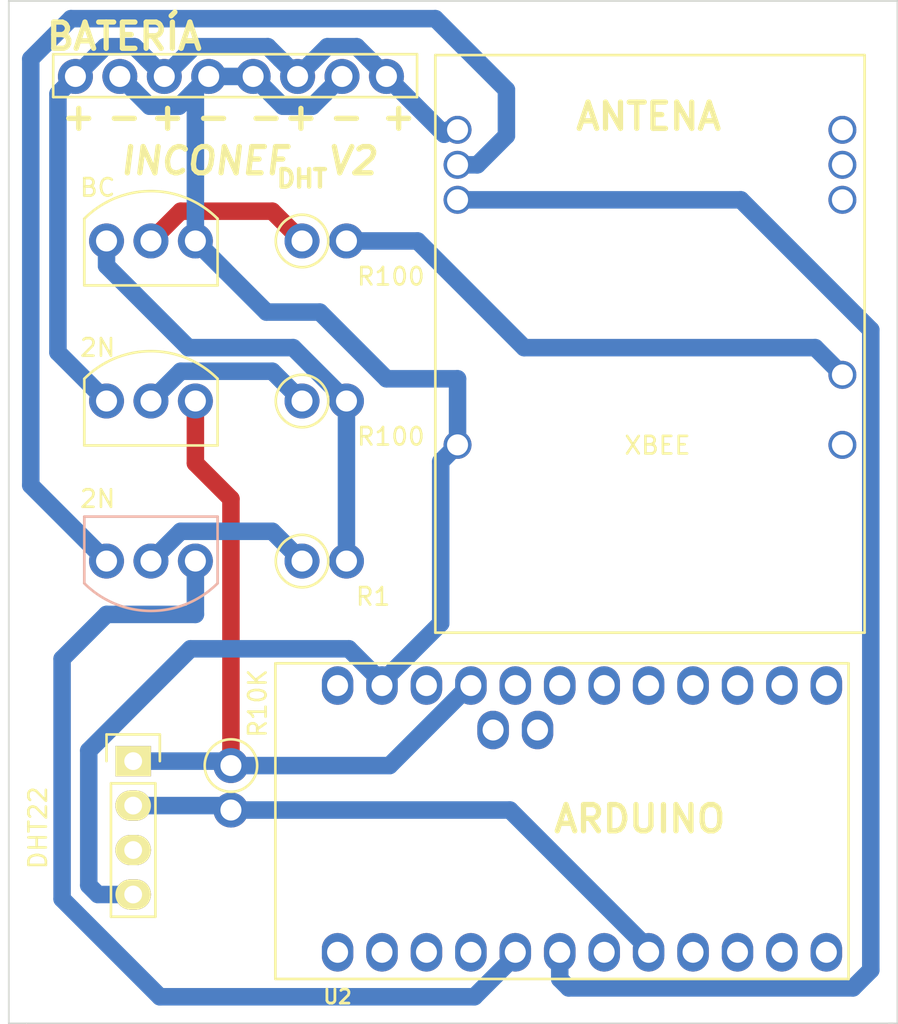
<source format=kicad_pcb>
(kicad_pcb (version 20171130) (host pcbnew "(5.0.2)-1")

  (general
    (thickness 1.6)
    (drawings 19)
    (tracks 106)
    (zones 0)
    (modules 11)
    (nets 39)
  )

  (page A4)
  (layers
    (0 F.Cu signal)
    (31 B.Cu signal)
    (32 B.Adhes user)
    (33 F.Adhes user)
    (34 B.Paste user)
    (35 F.Paste user)
    (36 B.SilkS user)
    (37 F.SilkS user)
    (38 B.Mask user)
    (39 F.Mask user)
    (40 Dwgs.User user)
    (41 Cmts.User user)
    (42 Eco1.User user)
    (43 Eco2.User user)
    (44 Edge.Cuts user)
    (45 Margin user)
    (46 B.CrtYd user)
    (47 F.CrtYd user)
    (48 B.Fab user)
    (49 F.Fab user)
  )

  (setup
    (last_trace_width 1)
    (trace_clearance 0.2)
    (zone_clearance 0.508)
    (zone_45_only no)
    (trace_min 1)
    (segment_width 0.2)
    (edge_width 0.1)
    (via_size 1)
    (via_drill 0.8)
    (via_min_size 0.4)
    (via_min_drill 0.3)
    (uvia_size 0.3)
    (uvia_drill 0.1)
    (uvias_allowed no)
    (uvia_min_size 0.2)
    (uvia_min_drill 0.1)
    (pcb_text_width 0.3)
    (pcb_text_size 1.5 1.5)
    (mod_edge_width 0.15)
    (mod_text_size 1 1)
    (mod_text_width 0.15)
    (pad_size 2 2)
    (pad_drill 0.8)
    (pad_to_mask_clearance 0)
    (solder_mask_min_width 0.25)
    (aux_axis_origin 111.8616 39.116)
    (grid_origin 180.4416 107.696)
    (visible_elements 7FFFFFFF)
    (pcbplotparams
      (layerselection 0x01020_ffffffff)
      (usegerberextensions false)
      (usegerberattributes false)
      (usegerberadvancedattributes false)
      (creategerberjobfile false)
      (excludeedgelayer true)
      (linewidth 0.100000)
      (plotframeref false)
      (viasonmask false)
      (mode 1)
      (useauxorigin false)
      (hpglpennumber 1)
      (hpglpenspeed 20)
      (hpglpendiameter 15.000000)
      (psnegative false)
      (psa4output false)
      (plotreference true)
      (plotvalue true)
      (plotinvisibletext false)
      (padsonsilk false)
      (subtractmaskfromsilk false)
      (outputformat 1)
      (mirror false)
      (drillshape 0)
      (scaleselection 1)
      (outputdirectory "../V0/"))
  )

  (net 0 "")
  (net 1 3.7V)
  (net 2 SENS_DATA)
  (net 3 "Net-(TH1-Pad3)")
  (net 4 GND)
  (net 5 TX_XBEE)
  (net 6 RX_XBEE)
  (net 7 "Net-(U4-Pad5)")
  (net 8 "Net-(U4-Pad6)")
  (net 9 "Net-(U4-Pad7)")
  (net 10 PINOUT_TRANSISTOR)
  (net 11 "Net-(U4-Pad9)")
  (net 12 "Net-(U7-Pad1)")
  (net 13 RX_ARDUINO)
  (net 14 3.7V_OUT-T)
  (net 15 "Net-(U10-Pad2)")
  (net 16 Salida_2T)
  (net 17 "Net-(U5-Pad1)")
  (net 18 "Net-(U2-Pad10)")
  (net 19 "Net-(U2-Pad9)")
  (net 20 "Net-(U2-Pad6)")
  (net 21 "Net-(U2-Pad4)")
  (net 22 "Net-(U2-Pad3)")
  (net 23 "Net-(U2-Pad2)")
  (net 24 "Net-(U2-Pad1)")
  (net 25 "Net-(U2-Pad24)")
  (net 26 "Net-(U2-Pad23)")
  (net 27 "Net-(U2-Pad22)")
  (net 28 "Net-(U2-Pad21)")
  (net 29 "Net-(U2-Pad20)")
  (net 30 "Net-(U2-Pad19)")
  (net 31 "Net-(U2-Pad18)")
  (net 32 "Net-(U2-Pad17)")
  (net 33 "Net-(U2-Pad15)")
  (net 34 "Net-(U2-Pad13)")
  (net 35 "Net-(U2-Pad25)")
  (net 36 "Net-(U2-Pad26)")
  (net 37 "Net-(U2-Pad12)")
  (net 38 "Net-(U2-Pad11)")

  (net_class Default "Esta es la clase de red por defecto."
    (clearance 0.2)
    (trace_width 1)
    (via_dia 1)
    (via_drill 0.8)
    (uvia_dia 0.3)
    (uvia_drill 0.1)
    (add_net 3.7V)
    (add_net 3.7V_OUT-T)
    (add_net GND)
    (add_net "Net-(TH1-Pad3)")
    (add_net "Net-(U10-Pad2)")
    (add_net "Net-(U2-Pad1)")
    (add_net "Net-(U2-Pad10)")
    (add_net "Net-(U2-Pad11)")
    (add_net "Net-(U2-Pad12)")
    (add_net "Net-(U2-Pad13)")
    (add_net "Net-(U2-Pad15)")
    (add_net "Net-(U2-Pad17)")
    (add_net "Net-(U2-Pad18)")
    (add_net "Net-(U2-Pad19)")
    (add_net "Net-(U2-Pad2)")
    (add_net "Net-(U2-Pad20)")
    (add_net "Net-(U2-Pad21)")
    (add_net "Net-(U2-Pad22)")
    (add_net "Net-(U2-Pad23)")
    (add_net "Net-(U2-Pad24)")
    (add_net "Net-(U2-Pad25)")
    (add_net "Net-(U2-Pad26)")
    (add_net "Net-(U2-Pad3)")
    (add_net "Net-(U2-Pad4)")
    (add_net "Net-(U2-Pad6)")
    (add_net "Net-(U2-Pad9)")
    (add_net "Net-(U4-Pad5)")
    (add_net "Net-(U4-Pad6)")
    (add_net "Net-(U4-Pad7)")
    (add_net "Net-(U4-Pad9)")
    (add_net "Net-(U5-Pad1)")
    (add_net "Net-(U7-Pad1)")
    (add_net PINOUT_TRANSISTOR)
    (add_net RX_ARDUINO)
    (add_net RX_XBEE)
    (add_net SENS_DATA)
    (add_net Salida_2T)
    (add_net TX_XBEE)
  )

  (module ProyectoCorcho:XBEE (layer F.Cu) (tedit 5CD94D8D) (tstamp 5CD95BAA)
    (at 135.2296 45.212)
    (path /5CAAFF90)
    (fp_text reference "" (at 13.97 21.59) (layer F.SilkS)
      (effects (font (size 1 1) (thickness 0.15)))
    )
    (fp_text value XBEE (at 12.7 19.304) (layer F.SilkS)
      (effects (font (size 1 1) (thickness 0.15)))
    )
    (fp_line (start 0 -3) (end 24.54 -3) (layer F.SilkS) (width 0.15))
    (fp_line (start 24.54 -3) (end 24.54 30) (layer F.SilkS) (width 0.15))
    (fp_line (start 24.54 30) (end 0 30) (layer F.SilkS) (width 0.15))
    (fp_line (start 0 30) (end 0 -3) (layer F.SilkS) (width 0.15))
    (pad 1 thru_hole circle (at 1.27 1.27) (size 1.6 1.6) (drill 1.2) (layers *.Cu *.Mask)
      (net 1 3.7V))
    (pad 2 thru_hole circle (at 1.27 3.27) (size 1.6 1.6) (drill 1.2) (layers *.Cu *.Mask)
      (net 5 TX_XBEE))
    (pad 3 thru_hole circle (at 1.27 5.27) (size 1.6 1.6) (drill 1.2) (layers *.Cu *.Mask)
      (net 6 RX_XBEE))
    (pad 4 thru_hole circle (at 1.27 19.27) (size 1.6 1.6) (drill 1.2) (layers *.Cu *.Mask)
      (net 4 GND))
    (pad 5 thru_hole circle (at 23.27 1.27) (size 1.6 1.6) (drill 1.2) (layers *.Cu *.Mask)
      (net 7 "Net-(U4-Pad5)"))
    (pad 6 thru_hole circle (at 23.27 3.27) (size 1.6 1.6) (drill 1.2) (layers *.Cu *.Mask)
      (net 8 "Net-(U4-Pad6)"))
    (pad 7 thru_hole circle (at 23.27 5.27) (size 1.6 1.6) (drill 1.2) (layers *.Cu *.Mask)
      (net 9 "Net-(U4-Pad7)"))
    (pad 8 thru_hole circle (at 23.27 15.27) (size 1.6 1.6) (drill 1.2) (layers *.Cu *.Mask)
      (net 10 PINOUT_TRANSISTOR))
    (pad 9 thru_hole circle (at 23.27 19.27) (size 1.6 1.6) (drill 1.2) (layers *.Cu *.Mask)
      (net 11 "Net-(U4-Pad9)"))
  )

  (module ProyectoCorcho:ArduinoProMini (layer F.Cu) (tedit 5CD94CD7) (tstamp 5CD95C19)
    (at 143.6116 85.852)
    (descr "IC, ARDUINO_PRO_MINI x 0,6\"")
    (tags "DIL ARDUINO PRO MINI")
    (path /5CAB0093)
    (fp_text reference U2 (at -13.97 10.16) (layer F.SilkS)
      (effects (font (size 0.8 0.8) (thickness 0.16)))
    )
    (fp_text value "" (at 5.334 -1.524) (layer F.SilkS) hide
      (effects (font (size 2 2) (thickness 0.5)))
    )
    (fp_line (start 15.24 9.144) (end 15.24 -8.89) (layer F.SilkS) (width 0.15))
    (fp_line (start -17.526 -8.89) (end -17.526 9.144) (layer F.SilkS) (width 0.15))
    (fp_line (start 15.24 9.144) (end -17.526 9.144) (layer F.SilkS) (width 0.15))
    (fp_line (start -17.526 -8.89) (end 15.24 -8.89) (layer F.SilkS) (width 0.15))
    (pad 12 thru_hole oval (at -13.97 7.62) (size 1.8 2.19964) (drill 1.2) (layers *.Cu *.Mask)
      (net 37 "Net-(U2-Pad12)"))
    (pad 11 thru_hole oval (at -11.43 7.62) (size 1.8 2.19964) (drill 1.2) (layers *.Cu *.Mask)
      (net 38 "Net-(U2-Pad11)"))
    (pad 10 thru_hole oval (at -8.89 7.62) (size 1.8 2.19964) (drill 1.2) (layers *.Cu *.Mask)
      (net 18 "Net-(U2-Pad10)"))
    (pad 9 thru_hole oval (at -6.35 7.62) (size 1.8 2.19964) (drill 1.2) (layers *.Cu *.Mask)
      (net 19 "Net-(U2-Pad9)"))
    (pad 8 thru_hole oval (at -3.81 7.62) (size 1.8 2.19964) (drill 1.2) (layers *.Cu *.Mask)
      (net 13 RX_ARDUINO))
    (pad 7 thru_hole oval (at -1.27 7.62) (size 1.8 2.19964) (drill 1.2) (layers *.Cu *.Mask)
      (net 6 RX_XBEE))
    (pad 6 thru_hole oval (at 1.27 7.62) (size 1.8 2.19964) (drill 1.2) (layers *.Cu *.Mask)
      (net 20 "Net-(U2-Pad6)"))
    (pad 5 thru_hole oval (at 3.81 7.62) (size 1.8 2.19964) (drill 1.2) (layers *.Cu *.Mask)
      (net 2 SENS_DATA))
    (pad 4 thru_hole oval (at 6.35 7.62) (size 1.8 2.19964) (drill 1.2) (layers *.Cu *.Mask)
      (net 21 "Net-(U2-Pad4)"))
    (pad 3 thru_hole oval (at 8.89 7.62) (size 1.8 2.19964) (drill 1.2) (layers *.Cu *.Mask)
      (net 22 "Net-(U2-Pad3)"))
    (pad 2 thru_hole oval (at 11.43 7.62) (size 1.8 2.19964) (drill 1.2) (layers *.Cu *.Mask)
      (net 23 "Net-(U2-Pad2)"))
    (pad 1 thru_hole oval (at 13.97 7.62) (size 1.8 2.19964) (drill 1.2) (layers *.Cu *.Mask)
      (net 24 "Net-(U2-Pad1)"))
    (pad 24 thru_hole oval (at 13.97 -7.62) (size 1.8 2.19964) (drill 1.2) (layers *.Cu *.Mask)
      (net 25 "Net-(U2-Pad24)"))
    (pad 23 thru_hole oval (at 11.43 -7.62) (size 1.8 2.19964) (drill 1.2) (layers *.Cu *.Mask)
      (net 26 "Net-(U2-Pad23)"))
    (pad 22 thru_hole oval (at 8.89 -7.62) (size 1.8 2.19964) (drill 1.2) (layers *.Cu *.Mask)
      (net 27 "Net-(U2-Pad22)"))
    (pad 21 thru_hole oval (at 6.35 -7.62) (size 1.8 2.19964) (drill 1.2) (layers *.Cu *.Mask)
      (net 28 "Net-(U2-Pad21)"))
    (pad 20 thru_hole oval (at 3.81 -7.62) (size 1.8 2.19964) (drill 1.2) (layers *.Cu *.Mask)
      (net 29 "Net-(U2-Pad20)"))
    (pad 19 thru_hole oval (at 1.27 -7.62) (size 1.8 2.19964) (drill 1.2) (layers *.Cu *.Mask)
      (net 30 "Net-(U2-Pad19)"))
    (pad 18 thru_hole oval (at -1.27 -7.62) (size 1.8 2.19964) (drill 1.2) (layers *.Cu *.Mask)
      (net 31 "Net-(U2-Pad18)"))
    (pad 17 thru_hole oval (at -3.81 -7.62) (size 1.8 2.19964) (drill 1.2) (layers *.Cu *.Mask)
      (net 32 "Net-(U2-Pad17)"))
    (pad 16 thru_hole oval (at -6.35 -7.62) (size 1.8 2.19964) (drill 1.2) (layers *.Cu *.Mask)
      (net 14 3.7V_OUT-T))
    (pad 15 thru_hole oval (at -8.89 -7.62) (size 1.8 2.19964) (drill 1.2) (layers *.Cu *.Mask)
      (net 33 "Net-(U2-Pad15)"))
    (pad 14 thru_hole oval (at -11.43 -7.62) (size 1.8 2.19964) (drill 1.2) (layers *.Cu *.Mask)
      (net 4 GND))
    (pad 13 thru_hole oval (at -13.97 -7.62) (size 1.8 2.19964) (drill 1.2) (layers *.Cu *.Mask)
      (net 34 "Net-(U2-Pad13)"))
    (pad 25 thru_hole oval (at -2.54 -5.08) (size 1.8 2.19964) (drill 1.2) (layers *.Cu *.Mask)
      (net 35 "Net-(U2-Pad25)"))
    (pad 26 thru_hole oval (at -5.08 -5.08) (size 1.8 2.19964) (drill 1.2) (layers *.Cu *.Mask)
      (net 36 "Net-(U2-Pad26)"))
    (model Socket_Strips.3dshapes/Socket_Strip_Straight_1x02_Pitch2.54mm.wrl
      (offset (xyz -3.809999942779541 5.079999923706055 0))
      (scale (xyz 1 1 1))
      (rotate (xyz 0 0 0))
    )
    (model Socket_Strips.3dshapes/Socket_Strip_Straight_1x03_Pitch2.54mm.wrl
      (offset (xyz 13.96999979019165 2.539999961853027 0))
      (scale (xyz 1 1 1))
      (rotate (xyz 0 0 90))
    )
    (model Socket_Strips.3dshapes/Socket_Strip_Straight_1x12_Pitch2.54mm.wrl
      (offset (xyz 0 7.619999885559082 0))
      (scale (xyz 1 1 1))
      (rotate (xyz 0 0 0))
    )
    (model Socket_Strips.3dshapes/Socket_Strip_Straight_1x12_Pitch2.54mm.wrl
      (offset (xyz 0 -7.619999885559082 0))
      (scale (xyz 1 1 1))
      (rotate (xyz 0 0 0))
    )
    (model Socket_Strips.3dshapes/Socket_Strip_Straight_1x02_Pitch2.54mm.wrl
      (offset (xyz 6.349999904632568 5.079999923706055 0))
      (scale (xyz 1 1 1))
      (rotate (xyz 0 0 0))
    )
    (model ${MYSLOCAL}/mysensors.3dshapes/mysensors_arduino.3dshapes/arduino_pro_mini.wrl
      (offset (xyz -1.269999980926514 0 12.19199981689453))
      (scale (xyz 0.395 0.395 0.395))
      (rotate (xyz 0 0 180))
    )
    (model SMD_Packages.3dshapes/TQFP-32.wrl
      (offset (xyz 1.269999980926514 0 13.01749980449676))
      (scale (xyz 1 1 1))
      (rotate (xyz 0 0 315))
    )
    (model Pin_Headers.3dshapes/Pin_Header_Straight_1x12_Pitch2.54mm.wrl
      (offset (xyz 13.96999979019165 -7.619999885559082 11.30299983024597))
      (scale (xyz 1 1 1))
      (rotate (xyz 0 180 90))
    )
    (model Pin_Headers.3dshapes/Pin_Header_Straight_1x12_Pitch2.54mm.wrl
      (offset (xyz 13.96999979019165 7.619999885559082 11.30299983024597))
      (scale (xyz 1 1 1))
      (rotate (xyz 0 180 90))
    )
    (model Pin_Headers.3dshapes/Pin_Header_Straight_1x03_Pitch2.54mm.wrl
      (offset (xyz 13.96999979019165 5.079999923706055 11.30299983024597))
      (scale (xyz 1 1 1))
      (rotate (xyz 0 180 0))
    )
    (model Pin_Headers.3dshapes/Pin_Header_Straight_1x02_Pitch2.54mm.wrl
      (offset (xyz 7.619999885559082 5.079999923706055 11.30299983024597))
      (scale (xyz 1 1 1))
      (rotate (xyz 0 180 90))
    )
    (model Pin_Headers.3dshapes/Pin_Header_Straight_1x02_Pitch2.54mm.wrl
      (offset (xyz -2.539999961853027 5.079999923706055 11.30299983024597))
      (scale (xyz 1 1 1))
      (rotate (xyz 0 180 90))
    )
    (model ${MYSLOCAL}/mysensors.3dshapes/w.lain.3dshapes/smd_leds/led_0603.wrl
      (offset (xyz -7.619999885559082 0 13.01749980449676))
      (scale (xyz 1 1 1))
      (rotate (xyz 0 0 0))
    )
    (model ${MYSLOCAL}/mysensors.3dshapes/w.lain.3dshapes/smd_leds/led_0603.wrl
      (offset (xyz 13.96999979019165 -4.444999933242798 13.01749980449676))
      (scale (xyz 1 1 1))
      (rotate (xyz 0 0 0))
    )
    (model Pin_Headers.3dshapes/Pin_Header_Angled_1x06_Pitch2.54mm.wrl
      (offset (xyz -16.50999975204468 -6.349999904632568 13.01749980449676))
      (scale (xyz 1 1 1))
      (rotate (xyz 0 0 180))
    )
    (model Resistors_SMD.3dshapes/R_0603.wrl
      (offset (xyz -7.619999885559082 -1.269999980926514 13.01749980449676))
      (scale (xyz 1 1 1))
      (rotate (xyz 0 0 0))
    )
    (model Resistors_SMD.3dshapes/R_0603.wrl
      (offset (xyz 13.96999979019165 -3.174999952316284 13.01749980449676))
      (scale (xyz 1 1 1))
      (rotate (xyz 0 0 0))
    )
    (model Capacitors_SMD.3dshapes/C_0603.wrl
      (offset (xyz -7.619999885559082 1.269999980926514 13.01749980449676))
      (scale (xyz 1 1 1))
      (rotate (xyz 0 0 0))
    )
    (model Capacitors_Tantalum_SMD.3dshapes/CP_Tantalum_Case-S_EIA-3216-12.wrl
      (offset (xyz -8.889999866485596 3.809999942779541 13.01749980449676))
      (scale (xyz 1 1 1))
      (rotate (xyz 0 0 0))
    )
    (model Capacitors_Tantalum_SMD.3dshapes/CP_Tantalum_Case-S_EIA-3216-12.wrl
      (offset (xyz -8.889999866485596 -3.809999942779541 13.01749980449676))
      (scale (xyz 1 1 1))
      (rotate (xyz 0 0 0))
    )
    (model TO_SOT_Packages_SMD.3dshapes/SOT-23-5.wrl
      (offset (xyz -10.15999984741211 0 13.01749980449676))
      (scale (xyz 1 1 1))
      (rotate (xyz 0 0 90))
    )
    (model Capacitors_SMD.3dshapes/C_1210.wrl
      (offset (xyz -12.69999980926514 0 13.01749980449676))
      (scale (xyz 1 1 1))
      (rotate (xyz 0 0 90))
    )
    (model ${MYSLOCAL}/mysensors.3dshapes/w.lain.3dshapes/switch/smd_push.wrl
      (offset (xyz 10.15999984741211 0 13.01749980449676))
      (scale (xyz 1 1 1))
      (rotate (xyz 0 0 90))
    )
  )

  (module ProyectoCorcho:PinesBateria (layer F.Cu) (tedit 5CD94C71) (tstamp 5CD95BF7)
    (at 113.3856 42.164)
    (path /5CAB0001)
    (fp_text reference "" (at 11.43 3.81) (layer F.SilkS)
      (effects (font (size 1 1) (thickness 0.15)))
    )
    (fp_text value "" (at 10.16 -1.27) (layer F.Fab)
      (effects (font (size 1 1) (thickness 0.15)))
    )
    (fp_line (start 0 0) (end 20.8 0) (layer F.SilkS) (width 0.15))
    (fp_line (start 20.8 0) (end 20.8 2.45) (layer F.SilkS) (width 0.15))
    (fp_line (start 20.8 2.45) (end 0 2.45) (layer F.SilkS) (width 0.15))
    (fp_line (start 0 2.45) (end 0 0) (layer F.SilkS) (width 0.15))
    (pad 1 thru_hole circle (at 1.27 1.27) (size 2 2) (drill 1.2) (layers *.Cu *.Mask)
      (net 1 3.7V))
    (pad 2 thru_hole circle (at 3.81 1.27) (size 2 2) (drill 1.2) (layers *.Cu *.Mask)
      (net 4 GND))
    (pad 3 thru_hole circle (at 6.35 1.27) (size 2 2) (drill 1.2) (layers *.Cu *.Mask)
      (net 1 3.7V))
    (pad 4 thru_hole circle (at 8.89 1.27) (size 2 2) (drill 1.2) (layers *.Cu *.Mask)
      (net 4 GND))
    (pad 5 thru_hole circle (at 11.43 1.27) (size 2 2) (drill 1.2) (layers *.Cu *.Mask)
      (net 4 GND))
    (pad 6 thru_hole circle (at 13.97 1.27) (size 2 2) (drill 1.2) (layers *.Cu *.Mask)
      (net 1 3.7V))
    (pad 7 thru_hole circle (at 16.51 1.27) (size 2 2) (drill 1.2) (layers *.Cu *.Mask)
      (net 4 GND))
    (pad 8 thru_hole circle (at 19.05 1.27) (size 2 2) (drill 1.2) (layers *.Cu *.Mask)
      (net 1 3.7V))
  )

  (module ProyectoCorcho:ResitenciaVertical (layer F.Cu) (tedit 5CD94D5C) (tstamp 5CD95BE7)
    (at 127.6096 61.976)
    (path /5CAB0154)
    (fp_text reference "" (at 2.54 2.54) (layer F.SilkS)
      (effects (font (size 1 1) (thickness 0.15)))
    )
    (fp_text value R100 (at 5.08 2.032) (layer F.SilkS)
      (effects (font (size 1 1) (thickness 0.15)))
    )
    (fp_circle (center 0 0) (end 1.5 0) (layer F.SilkS) (width 0.15))
    (pad 2 thru_hole circle (at 2.54 0) (size 2 2) (drill 1.2) (layers *.Cu *.Mask)
      (net 16 Salida_2T))
    (pad 1 thru_hole circle (at 0 0) (size 2 2) (drill 1.2) (layers *.Cu *.Mask)
      (net 15 "Net-(U10-Pad2)"))
  )

  (module ProyectoCorcho:ResitenciaVertical (layer F.Cu) (tedit 5CD94CFD) (tstamp 5CD95BE0)
    (at 127.6096 71.12)
    (path /5CAB0275)
    (fp_text reference "" (at 2.54 2.54) (layer F.SilkS)
      (effects (font (size 1 1) (thickness 0.15)))
    )
    (fp_text value R1 (at 4.064 2.032) (layer F.SilkS)
      (effects (font (size 1 1) (thickness 0.15)))
    )
    (fp_circle (center 0 0) (end 1.5 0) (layer F.SilkS) (width 0.15))
    (pad 2 thru_hole circle (at 2.54 0) (size 2 2) (drill 1.2) (layers *.Cu *.Mask)
      (net 16 Salida_2T))
    (pad 1 thru_hole circle (at 0 0) (size 2 2) (drill 1.2) (layers *.Cu *.Mask)
      (net 12 "Net-(U7-Pad1)"))
  )

  (module ProyectoCorcho:ResitenciaVertical (layer F.Cu) (tedit 5CD94D54) (tstamp 5CD95BD9)
    (at 127.6096 52.832)
    (path /5CAB01CC)
    (fp_text reference "" (at 2.54 2.54) (layer F.SilkS)
      (effects (font (size 1 1) (thickness 0.15)))
    )
    (fp_text value R100 (at 5.08 2.032) (layer F.SilkS)
      (effects (font (size 1 1) (thickness 0.15)))
    )
    (fp_circle (center 0 0) (end 1.5 0) (layer F.SilkS) (width 0.15))
    (pad 2 thru_hole circle (at 2.54 0) (size 2 2) (drill 1.2) (layers *.Cu *.Mask)
      (net 10 PINOUT_TRANSISTOR))
    (pad 1 thru_hole circle (at 0 0) (size 2 2) (drill 1.2) (layers *.Cu *.Mask)
      (net 17 "Net-(U5-Pad1)"))
  )

  (module ProyectoCorcho:ResitenciaVertical (layer F.Cu) (tedit 5CD94CB0) (tstamp 5CD95BD2)
    (at 123.5456 82.804 270)
    (path /5CAB25D5)
    (fp_text reference "" (at 2.54 2.54 270) (layer F.SilkS)
      (effects (font (size 1 1) (thickness 0.15)))
    )
    (fp_text value R10K (at -3.556 -1.524 270) (layer F.SilkS)
      (effects (font (size 1 1) (thickness 0.15)))
    )
    (fp_circle (center 0 0) (end 1.5 0) (layer F.SilkS) (width 0.15))
    (pad 1 thru_hole circle (at 0 0 270) (size 2 2) (drill 1.2) (layers *.Cu *.Mask)
      (net 14 3.7V_OUT-T))
    (pad 2 thru_hole circle (at 2.54 0 270) (size 2 2) (drill 1.2) (layers *.Cu *.Mask)
      (net 2 SENS_DATA))
  )

  (module ProyectoCorcho:Transistor (layer F.Cu) (tedit 5CD94D44) (tstamp 5CD95BCB)
    (at 118.9736 52.832)
    (path /5CAB0484)
    (fp_text reference "" (at 0 3.81) (layer F.SilkS)
      (effects (font (size 1 1) (thickness 0.15)))
    )
    (fp_text value BC (at -3.048 -3.048) (layer F.SilkS)
      (effects (font (size 1 1) (thickness 0.15)))
    )
    (fp_line (start 3.81 -1.27) (end 3.81 2.54) (layer F.SilkS) (width 0.15))
    (fp_line (start 3.81 2.54) (end -3.81 2.54) (layer F.SilkS) (width 0.15))
    (fp_line (start -3.81 2.54) (end -3.81 -1.27) (layer F.SilkS) (width 0.15))
    (fp_arc (start 0 2.54) (end -3.81 -1.27) (angle 90) (layer F.SilkS) (width 0.15))
    (pad 1 thru_hole circle (at -2.54 0) (size 2 2) (drill 1.2) (layers *.Cu *.Mask)
      (net 16 Salida_2T))
    (pad 2 thru_hole circle (at 0 0) (size 2 2) (drill 1.2) (layers *.Cu *.Mask)
      (net 17 "Net-(U5-Pad1)"))
    (pad 3 thru_hole circle (at 2.54 0) (size 2 2) (drill 1.2) (layers *.Cu *.Mask)
      (net 4 GND))
  )

  (module ProyectoCorcho:Transistor1 (layer B.Cu) (tedit 5CD94D2E) (tstamp 5CD95BC0)
    (at 118.9736 61.976)
    (path /5CAB0548)
    (fp_text reference "" (at 0 -3.81) (layer F.SilkS)
      (effects (font (size 1 1) (thickness 0.15)))
    )
    (fp_text value 2N (at -3.048 -3.048) (layer F.SilkS)
      (effects (font (size 1 1) (thickness 0.15)))
    )
    (fp_arc (start 0 2.54) (end 3.81 -1.27) (angle -90) (layer F.SilkS) (width 0.15))
    (fp_line (start 3.81 2.54) (end 3.81 -1.27) (layer F.SilkS) (width 0.15))
    (fp_line (start -3.81 2.54) (end 3.81 2.54) (layer F.SilkS) (width 0.15))
    (fp_line (start -3.81 -1.27) (end -3.81 2.54) (layer F.SilkS) (width 0.15))
    (pad 3 thru_hole circle (at 2.54 0) (size 2 2) (drill 1.2) (layers *.Cu *.Mask)
      (net 14 3.7V_OUT-T))
    (pad 2 thru_hole circle (at 0 0) (size 2 2) (drill 1.2) (layers *.Cu *.Mask)
      (net 15 "Net-(U10-Pad2)"))
    (pad 1 thru_hole circle (at -2.54 0) (size 2 2) (drill 1.2) (layers *.Cu *.Mask)
      (net 1 3.7V))
  )

  (module ProyectoCorcho:Transistor1 (layer F.Cu) (tedit 5CD94D16) (tstamp 5CD95BB5)
    (at 118.9736 71.12)
    (path /5CAB0508)
    (fp_text reference "" (at 0 3.81) (layer B.SilkS)
      (effects (font (size 1 1) (thickness 0.15)) (justify mirror))
    )
    (fp_text value 2N (at -3.048 -3.556) (layer F.SilkS)
      (effects (font (size 1 1) (thickness 0.15)))
    )
    (fp_line (start -3.81 1.27) (end -3.81 -2.54) (layer B.SilkS) (width 0.15))
    (fp_line (start -3.81 -2.54) (end 3.81 -2.54) (layer B.SilkS) (width 0.15))
    (fp_line (start 3.81 -2.54) (end 3.81 1.27) (layer B.SilkS) (width 0.15))
    (fp_arc (start 0 -2.54) (end 3.81 1.27) (angle 90) (layer B.SilkS) (width 0.15))
    (pad 1 thru_hole circle (at -2.54 0) (size 2 2) (drill 1.2) (layers *.Cu *.Mask)
      (net 5 TX_XBEE))
    (pad 2 thru_hole circle (at 0 0) (size 2 2) (drill 1.2) (layers *.Cu *.Mask)
      (net 12 "Net-(U7-Pad1)"))
    (pad 3 thru_hole circle (at 2.54 0) (size 2 2) (drill 1.2) (layers *.Cu *.Mask)
      (net 13 RX_ARDUINO))
  )

  (module Sensors:DHT22_Temperature_Humidity (layer F.Cu) (tedit 5CD94C85) (tstamp 5CD95B99)
    (at 117.9576 86.36 270)
    (path /5CAAFEFB)
    (fp_text reference "" (at 0 7.35 270) (layer F.SilkS)
      (effects (font (size 1 1) (thickness 0.15)))
    )
    (fp_text value DHT22 (at 0 5.445 270) (layer F.SilkS)
      (effects (font (size 1 1) (thickness 0.15)))
    )
    (fp_line (start -2.54 1.27) (end -2.54 -1.27) (layer F.SilkS) (width 0.15))
    (fp_line (start 5.08 1.27) (end -2.54 1.27) (layer F.SilkS) (width 0.15))
    (fp_line (start 5.08 -1.27) (end 5.08 1.27) (layer F.SilkS) (width 0.15))
    (fp_line (start -2.54 -1.27) (end 5.08 -1.27) (layer F.SilkS) (width 0.15))
    (fp_line (start -5.334 1.524) (end -3.81 1.524) (layer F.SilkS) (width 0.15))
    (fp_line (start -5.334 -1.524) (end -5.334 1.524) (layer F.SilkS) (width 0.15))
    (fp_line (start -3.81 -1.524) (end -5.334 -1.524) (layer F.SilkS) (width 0.15))
    (fp_line (start -7.62 4.3) (end 7.62 4.3) (layer B.CrtYd) (width 0.15))
    (fp_line (start -7.62 -3.3) (end -7.62 4.3) (layer B.CrtYd) (width 0.15))
    (fp_line (start 7.62 -3.3) (end 7.62 4.3) (layer B.CrtYd) (width 0.15))
    (fp_line (start -7.62 -3.3) (end 7.62 -3.3) (layer B.CrtYd) (width 0.15))
    (fp_line (start -7.62 -2) (end 7.62 -2) (layer B.CrtYd) (width 0.15))
    (pad 1 thru_hole rect (at -3.81 0) (size 2.032 1.7272) (drill 1.016) (layers *.Cu *.Mask F.SilkS)
      (net 14 3.7V_OUT-T))
    (pad 2 thru_hole oval (at -1.27 0) (size 2.032 1.7272) (drill 1.016) (layers *.Cu *.Mask F.SilkS)
      (net 2 SENS_DATA))
    (pad 3 thru_hole oval (at 1.27 0) (size 2.032 1.7272) (drill 1.016) (layers *.Cu *.Mask F.SilkS)
      (net 3 "Net-(TH1-Pad3)"))
    (pad 4 thru_hole oval (at 3.81 0) (size 2.032 1.7272) (drill 1.016) (layers *.Cu *.Mask F.SilkS)
      (net 4 GND))
  )

  (gr_text DHT (at 127.6096 49.276) (layer F.SilkS)
    (effects (font (size 1 1) (thickness 0.25)))
  )
  (gr_text "INCONEF  V2" (at 124.5616 48.26) (layer F.SilkS)
    (effects (font (size 1.5 1.5) (thickness 0.3) italic))
  )
  (gr_text BATERÍA (at 117.4496 41.148) (layer F.SilkS)
    (effects (font (size 1.5 1.5) (thickness 0.3)))
  )
  (gr_text - (at 130.1496 45.72) (layer F.SilkS)
    (effects (font (size 1.5 1.5) (thickness 0.3)))
  )
  (gr_text "- -" (at 124.0536 45.72) (layer F.SilkS)
    (effects (font (size 1.5 1.5) (thickness 0.3)))
  )
  (gr_text "-\n" (at 117.4496 45.72) (layer F.SilkS)
    (effects (font (size 1.5 1.5) (thickness 0.3)))
  )
  (gr_text "+ " (at 133.7056 45.72) (layer F.SilkS) (tstamp 5CD96571)
    (effects (font (size 1.5 1.5) (thickness 0.3)))
  )
  (gr_text "+ " (at 128.1176 45.72) (layer F.SilkS) (tstamp 5CD96571)
    (effects (font (size 1.5 1.5) (thickness 0.3)))
  )
  (gr_text "+ " (at 120.4976 45.72) (layer F.SilkS) (tstamp 5CD96571)
    (effects (font (size 1.5 1.5) (thickness 0.3)))
  )
  (gr_text "+ " (at 115.4176 45.72) (layer F.SilkS)
    (effects (font (size 1.5 1.5) (thickness 0.3)))
  )
  (gr_text "ARDUINO\n" (at 146.9136 85.852) (layer F.SilkS)
    (effects (font (size 1.5 1.5) (thickness 0.3)))
  )
  (gr_text ANTENA (at 147.4216 45.72) (layer F.SilkS)
    (effects (font (size 1.5 1.5) (thickness 0.3)))
  )
  (gr_line (start 161.1376 97.536) (end 161.6456 97.536) (layer Edge.Cuts) (width 0.1))
  (gr_line (start 110.8456 39.116) (end 111.3536 39.116) (layer Edge.Cuts) (width 0.1))
  (gr_line (start 110.8456 97.536) (end 111.8616 97.536) (layer Edge.Cuts) (width 0.1))
  (gr_line (start 110.8456 39.116) (end 110.8456 97.536) (layer Edge.Cuts) (width 0.1))
  (gr_line (start 161.3916 97.536) (end 111.8616 97.536) (layer Edge.Cuts) (width 0.1))
  (gr_line (start 161.6456 39.116) (end 161.6456 97.536) (layer Edge.Cuts) (width 0.1))
  (gr_line (start 111.3536 39.116) (end 161.6456 39.116) (layer Edge.Cuts) (width 0.1))

  (segment (start 118.735601 42.434001) (end 119.7356 43.434) (width 1) (layer B.Cu) (net 1))
  (segment (start 118.035599 41.733999) (end 118.735601 42.434001) (width 1) (layer B.Cu) (net 1))
  (segment (start 116.355601 41.733999) (end 118.035599 41.733999) (width 1) (layer B.Cu) (net 1))
  (segment (start 114.6556 43.434) (end 116.355601 41.733999) (width 1) (layer B.Cu) (net 1))
  (segment (start 126.355601 42.434001) (end 127.3556 43.434) (width 1) (layer B.Cu) (net 1))
  (segment (start 125.655599 41.733999) (end 126.355601 42.434001) (width 1) (layer B.Cu) (net 1))
  (segment (start 121.435601 41.733999) (end 125.655599 41.733999) (width 1) (layer B.Cu) (net 1))
  (segment (start 119.7356 43.434) (end 121.435601 41.733999) (width 1) (layer B.Cu) (net 1))
  (segment (start 131.435601 42.434001) (end 132.4356 43.434) (width 1) (layer B.Cu) (net 1))
  (segment (start 130.735599 41.733999) (end 131.435601 42.434001) (width 1) (layer B.Cu) (net 1))
  (segment (start 129.055601 41.733999) (end 130.735599 41.733999) (width 1) (layer B.Cu) (net 1))
  (segment (start 127.3556 43.434) (end 129.055601 41.733999) (width 1) (layer B.Cu) (net 1))
  (segment (start 132.4356 43.434) (end 135.7376 46.736) (width 1) (layer B.Cu) (net 1))
  (segment (start 135.9916 46.482) (end 136.4996 46.482) (width 1) (layer B.Cu) (net 1))
  (segment (start 135.7376 46.736) (end 135.9916 46.482) (width 1) (layer B.Cu) (net 1))
  (segment (start 115.433601 60.976001) (end 116.4336 61.976) (width 1) (layer B.Cu) (net 1))
  (segment (start 113.655601 59.198001) (end 115.433601 60.976001) (width 1) (layer B.Cu) (net 1))
  (segment (start 113.655601 44.433999) (end 113.655601 59.198001) (width 1) (layer B.Cu) (net 1))
  (segment (start 114.6556 43.434) (end 113.655601 44.433999) (width 1) (layer B.Cu) (net 1))
  (segment (start 123.2916 85.09) (end 123.5456 85.344) (width 1) (layer B.Cu) (net 2))
  (segment (start 117.9576 85.09) (end 123.2916 85.09) (width 1) (layer B.Cu) (net 2))
  (segment (start 147.4216 93.27218) (end 147.4216 93.472) (width 1) (layer B.Cu) (net 2))
  (segment (start 139.49342 85.344) (end 147.4216 93.27218) (width 1) (layer B.Cu) (net 2))
  (segment (start 123.5456 85.344) (end 139.49342 85.344) (width 1) (layer B.Cu) (net 2))
  (segment (start 121.275601 44.433999) (end 122.2756 43.434) (width 1) (layer B.Cu) (net 4))
  (segment (start 120.575599 45.134001) (end 121.275601 44.433999) (width 1) (layer B.Cu) (net 4))
  (segment (start 118.895601 45.134001) (end 120.575599 45.134001) (width 1) (layer B.Cu) (net 4))
  (segment (start 117.1956 43.434) (end 118.895601 45.134001) (width 1) (layer B.Cu) (net 4))
  (segment (start 122.2756 43.434) (end 124.8156 43.434) (width 1) (layer B.Cu) (net 4))
  (segment (start 128.895601 44.433999) (end 129.8956 43.434) (width 1) (layer B.Cu) (net 4))
  (segment (start 128.195599 45.134001) (end 128.895601 44.433999) (width 1) (layer B.Cu) (net 4))
  (segment (start 126.515601 45.134001) (end 128.195599 45.134001) (width 1) (layer B.Cu) (net 4))
  (segment (start 124.8156 43.434) (end 126.515601 45.134001) (width 1) (layer B.Cu) (net 4))
  (segment (start 121.5136 44.196) (end 122.2756 43.434) (width 1) (layer B.Cu) (net 4))
  (segment (start 121.5136 52.832) (end 121.5136 44.196) (width 1) (layer B.Cu) (net 4))
  (segment (start 136.4996 60.706) (end 136.4996 64.482) (width 1) (layer B.Cu) (net 4))
  (segment (start 132.1816 78.03218) (end 135.53778 74.676) (width 1) (layer B.Cu) (net 4))
  (segment (start 135.53778 65.44382) (end 136.4996 64.482) (width 1) (layer B.Cu) (net 4))
  (segment (start 135.53778 74.676) (end 135.53778 65.44382) (width 1) (layer B.Cu) (net 4))
  (segment (start 121.5136 52.832) (end 123.213601 54.532001) (width 1) (layer B.Cu) (net 4))
  (segment (start 136.4996 60.706) (end 132.4356 60.706) (width 1) (layer B.Cu) (net 4))
  (segment (start 132.4356 60.706) (end 128.6256 56.896) (width 1) (layer B.Cu) (net 4))
  (segment (start 125.5776 56.896) (end 121.5136 52.832) (width 1) (layer B.Cu) (net 4))
  (segment (start 128.6256 56.896) (end 125.5776 56.896) (width 1) (layer B.Cu) (net 4))
  (segment (start 117.9576 90.17) (end 117.7036 90.17) (width 1) (layer B.Cu) (net 4))
  (segment (start 115.9416 90.17) (end 115.4176 89.646) (width 1) (layer B.Cu) (net 4))
  (segment (start 117.9576 90.17) (end 115.9416 90.17) (width 1) (layer B.Cu) (net 4))
  (segment (start 115.4176 89.646) (end 115.4176 81.950398) (width 1) (layer B.Cu) (net 4))
  (segment (start 115.4176 81.950398) (end 121.167998 76.2) (width 1) (layer B.Cu) (net 4))
  (segment (start 132.1816 78.03218) (end 132.1816 78.232) (width 1) (layer B.Cu) (net 4))
  (segment (start 130.2816 76.13218) (end 132.1816 78.03218) (width 1) (layer B.Cu) (net 4))
  (segment (start 121.235818 76.13218) (end 130.2816 76.13218) (width 1) (layer B.Cu) (net 4))
  (segment (start 121.167998 76.2) (end 121.235818 76.13218) (width 1) (layer B.Cu) (net 4))
  (segment (start 137.63097 48.482) (end 136.4996 48.482) (width 1) (layer B.Cu) (net 5))
  (segment (start 139.2936 46.81937) (end 137.63097 48.482) (width 1) (layer B.Cu) (net 5))
  (segment (start 139.2936 44.196) (end 139.2936 46.81937) (width 1) (layer B.Cu) (net 5))
  (segment (start 112.10361 66.79001) (end 112.10361 42.42999) (width 1) (layer B.Cu) (net 5))
  (segment (start 116.4336 71.12) (end 112.10361 66.79001) (width 1) (layer B.Cu) (net 5))
  (segment (start 112.10361 42.42999) (end 114.4016 40.132) (width 1) (layer B.Cu) (net 5))
  (segment (start 135.2296 40.132) (end 139.2936 44.196) (width 1) (layer B.Cu) (net 5))
  (segment (start 114.4016 40.132) (end 135.2296 40.132) (width 1) (layer B.Cu) (net 5))
  (segment (start 142.3416 93.472) (end 142.3416 94.996) (width 1) (layer B.Cu) (net 6))
  (segment (start 142.3416 94.996) (end 142.8496 95.504) (width 1) (layer B.Cu) (net 6))
  (segment (start 142.8496 95.504) (end 159.1056 95.504) (width 1) (layer B.Cu) (net 6))
  (segment (start 159.1056 95.504) (end 160.1216 94.488) (width 1) (layer B.Cu) (net 6))
  (segment (start 160.1216 94.488) (end 160.1216 57.912) (width 1) (layer B.Cu) (net 6))
  (segment (start 152.6916 50.482) (end 136.4996 50.482) (width 1) (layer B.Cu) (net 6))
  (segment (start 160.1216 57.912) (end 152.6916 50.482) (width 1) (layer B.Cu) (net 6))
  (segment (start 130.1496 52.832) (end 134.2136 52.832) (width 1) (layer B.Cu) (net 10))
  (segment (start 134.2136 52.832) (end 140.3096 58.928) (width 1) (layer B.Cu) (net 10))
  (segment (start 156.9456 58.928) (end 158.4996 60.482) (width 1) (layer B.Cu) (net 10))
  (segment (start 140.3096 58.928) (end 156.9456 58.928) (width 1) (layer B.Cu) (net 10))
  (segment (start 126.609601 70.120001) (end 127.6096 71.12) (width 1) (layer B.Cu) (net 12))
  (segment (start 125.909599 69.419999) (end 126.609601 70.120001) (width 1) (layer B.Cu) (net 12))
  (segment (start 120.673601 69.419999) (end 125.909599 69.419999) (width 1) (layer B.Cu) (net 12))
  (segment (start 118.9736 71.12) (end 120.673601 69.419999) (width 1) (layer B.Cu) (net 12))
  (segment (start 137.46142 96.012) (end 139.8016 93.67182) (width 1) (layer B.Cu) (net 13))
  (segment (start 121.5136 74.168) (end 116.4336 74.168) (width 1) (layer B.Cu) (net 13))
  (segment (start 121.5136 71.12) (end 121.5136 74.168) (width 1) (layer B.Cu) (net 13))
  (segment (start 139.8016 93.67182) (end 139.8016 93.472) (width 1) (layer B.Cu) (net 13))
  (segment (start 113.8936 76.708) (end 113.8936 90.424) (width 1) (layer B.Cu) (net 13))
  (segment (start 113.8936 90.424) (end 119.4816 96.012) (width 1) (layer B.Cu) (net 13))
  (segment (start 116.4336 74.168) (end 113.8936 76.708) (width 1) (layer B.Cu) (net 13))
  (segment (start 119.4816 96.012) (end 137.46142 96.012) (width 1) (layer B.Cu) (net 13))
  (segment (start 123.2916 82.55) (end 123.5456 82.804) (width 1) (layer B.Cu) (net 14))
  (segment (start 117.9576 82.55) (end 123.2916 82.55) (width 1) (layer B.Cu) (net 14))
  (segment (start 124.959813 82.804) (end 123.5456 82.804) (width 1) (layer B.Cu) (net 14))
  (segment (start 132.612175 82.804) (end 124.959813 82.804) (width 1) (layer B.Cu) (net 14))
  (segment (start 137.184175 78.232) (end 132.612175 82.804) (width 1) (layer B.Cu) (net 14))
  (segment (start 137.2616 78.232) (end 137.184175 78.232) (width 1) (layer B.Cu) (net 14))
  (segment (start 121.5136 61.976) (end 121.5136 65.532) (width 1) (layer F.Cu) (net 14))
  (segment (start 121.5136 65.532) (end 123.5456 67.564) (width 1) (layer F.Cu) (net 14))
  (segment (start 123.5456 67.564) (end 123.5456 82.804) (width 1) (layer F.Cu) (net 14))
  (segment (start 126.609601 60.976001) (end 127.6096 61.976) (width 1) (layer B.Cu) (net 15))
  (segment (start 125.909599 60.275999) (end 126.609601 60.976001) (width 1) (layer B.Cu) (net 15))
  (segment (start 120.673601 60.275999) (end 125.909599 60.275999) (width 1) (layer B.Cu) (net 15))
  (segment (start 118.9736 61.976) (end 120.673601 60.275999) (width 1) (layer B.Cu) (net 15))
  (segment (start 130.1496 61.976) (end 130.1496 71.12) (width 1) (layer B.Cu) (net 16))
  (segment (start 116.4336 54.246213) (end 121.115387 58.928) (width 1) (layer B.Cu) (net 16))
  (segment (start 116.4336 52.832) (end 116.4336 54.246213) (width 1) (layer B.Cu) (net 16))
  (segment (start 127.1016 58.928) (end 130.1496 61.976) (width 1) (layer B.Cu) (net 16))
  (segment (start 121.115387 58.928) (end 127.1016 58.928) (width 1) (layer B.Cu) (net 16))
  (segment (start 126.609601 51.832001) (end 127.6096 52.832) (width 1) (layer F.Cu) (net 17))
  (segment (start 125.909599 51.131999) (end 126.609601 51.832001) (width 1) (layer F.Cu) (net 17))
  (segment (start 120.673601 51.131999) (end 125.909599 51.131999) (width 1) (layer F.Cu) (net 17))
  (segment (start 118.9736 52.832) (end 120.673601 51.131999) (width 1) (layer F.Cu) (net 17))

)

</source>
